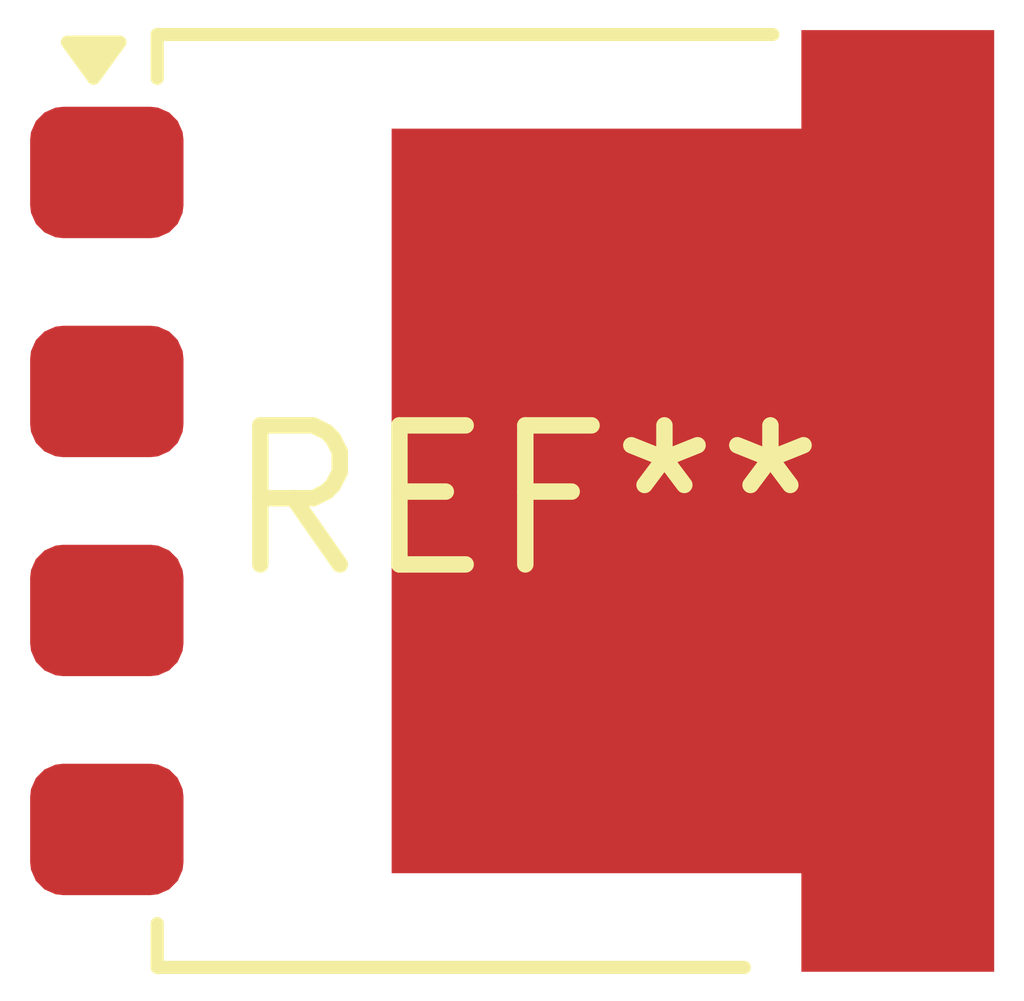
<source format=kicad_pcb>
(kicad_pcb (version 20240108) (generator pcbnew)
  (layers (0 "F.Cu" signal) (31 "B.Cu" signal) (34 "B.Paste" user) (35 "F.Paste" user) (36 "B.SilkS" user "B.Silkscreen") (37 "F.SilkS" user "F.Silkscreen") (38 "B.Mask" user) (39 "F.Mask" user) (44 "Edge.Cuts" user))
  (net 0 "")
  (footprint "LFPAK88" (layer "F.Cu") (at 0 0)
    (property "Reference" "REF**")
    (property "Value" "LFPAK88")
    (fp_line (start -3.36 -4.26) (end -3.36 -3.86) (layer "F.SilkS") (stroke (width 0.12)))
    (fp_line (start -3.36 -4.26) (end 2.26 -4.26) (layer "F.SilkS") (stroke (width 0.12)))
    (fp_line (start -3.36 3.86) (end -3.36 4.26) (layer "F.SilkS") (stroke (width 0.12)))
    (fp_line (start -3.36 4.26) (end 2 4.26) (layer "F.SilkS") (stroke (width 0.12)))
    (fp_poly (pts (xy -3.94 -3.86) (xy -3.7 -4.19) (xy -4.18 -4.19) (xy -3.94 -3.86)) (layer "F.SilkS") (stroke (width 0.12)) (fill solid))
    (pad "1" smd roundrect (at -3.82 -3) (size 1.4 1.2) (layers "F.Cu" "F.Paste" "F.Mask"))
    (pad "2" smd roundrect (at -3.82 -1) (size 1.4 1.2) (layers "F.Cu" "F.Paste" "F.Mask"))
    (pad "3" smd roundrect (at -3.82 1) (size 1.4 1.2) (layers "F.Cu" "F.Paste" "F.Mask"))
    (pad "4" smd roundrect (at -3.82 3) (size 1.4 1.2) (layers "F.Cu" "F.Paste" "F.Mask"))
    (pad "5" smd roundrect (at -0.55 -2.25) (size 1.15 2.05) (layers "F.Cu" "F.Paste"))
    (pad "5" smd roundrect (at -0.55 0) (size 1.15 2.05) (layers "F.Cu" "F.Paste"))
    (pad "5" smd roundrect (at -0.55 2.25) (size 1.15 2.05) (layers "F.Cu" "F.Paste"))
    (pad "5" smd custom (at 0.65 0) (size 3.74 6.8) (layers "F.Cu" "F.Mask") (options (clearance outline) (anchor rect)) (primitives (gr_poly (pts (xy 1.87 3.4) (xy 1.87 4.3) (xy 3.63 4.3) (xy 3.63 -4.3) (xy 1.87 -4.3) (xy 1.87 -3.4)) (width 0) (fill yes))))
    (pad "5" smd roundrect (at 0.8 -2.25) (size 1.15 2.05) (layers "F.Cu" "F.Paste"))
    (pad "5" smd roundrect (at 0.8 0) (size 1.15 2.05) (layers "F.Cu" "F.Paste"))
    (pad "5" smd roundrect (at 0.8 2.25) (size 1.15 2.05) (layers "F.Cu" "F.Paste"))
    (pad "5" smd roundrect (at 2.15 -2.25) (size 1.15 2.05) (layers "F.Cu" "F.Paste"))
    (pad "5" smd roundrect (at 2.15 0) (size 1.15 2.05) (layers "F.Cu" "F.Paste"))
    (pad "5" smd roundrect (at 2.15 2.25) (size 1.15 2.05) (layers "F.Cu" "F.Paste"))
    (pad "5" smd roundrect (at 3.55 -3.55) (size 1.25 1.2) (layers "F.Cu" "F.Paste"))
    (pad "5" smd roundrect (at 3.55 0) (size 1.25 0.7) (layers "F.Cu" "F.Paste"))
    (pad "5" smd roundrect (at 3.55 3.55) (size 1.25 1.2) (layers "F.Cu" "F.Paste"))
    (pad "5" smd roundrect (at 3.825 -1.7) (size 0.7 2.1) (layers "F.Cu" "F.Paste"))
    (pad "5" smd roundrect (at 3.825 1.7) (size 0.7 2.1) (layers "F.Cu" "F.Paste"))
  )
)
</source>
